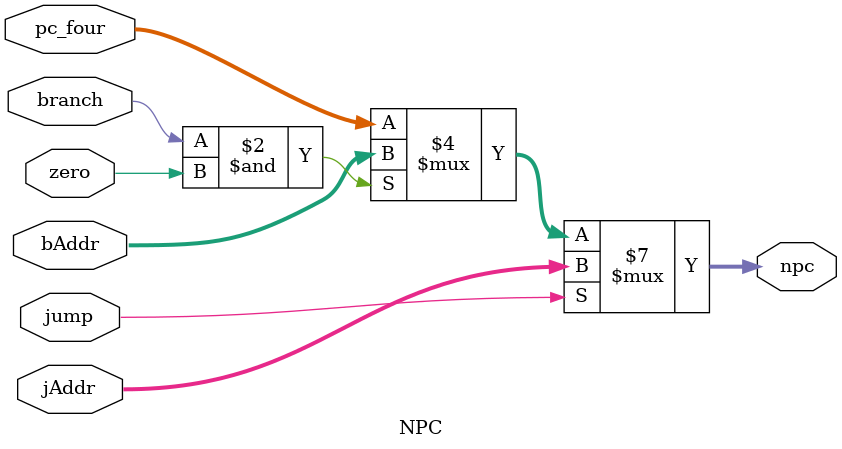
<source format=v>
module NPC(pc_four,jAddr,jump,bAddr,branch,zero,npc);
	input [31:0] pc_four;
	input[31:0] jAddr,bAddr;
	input jump, branch, zero;
	output reg[31:0] npc;
	always @(pc_four or jump or branch or zero) begin
		if (jump) begin
			npc <= jAddr;
		end
		else if (branch & zero) begin
			npc <= bAddr;
		end
		else npc <= pc_four;
	end
endmodule
</source>
